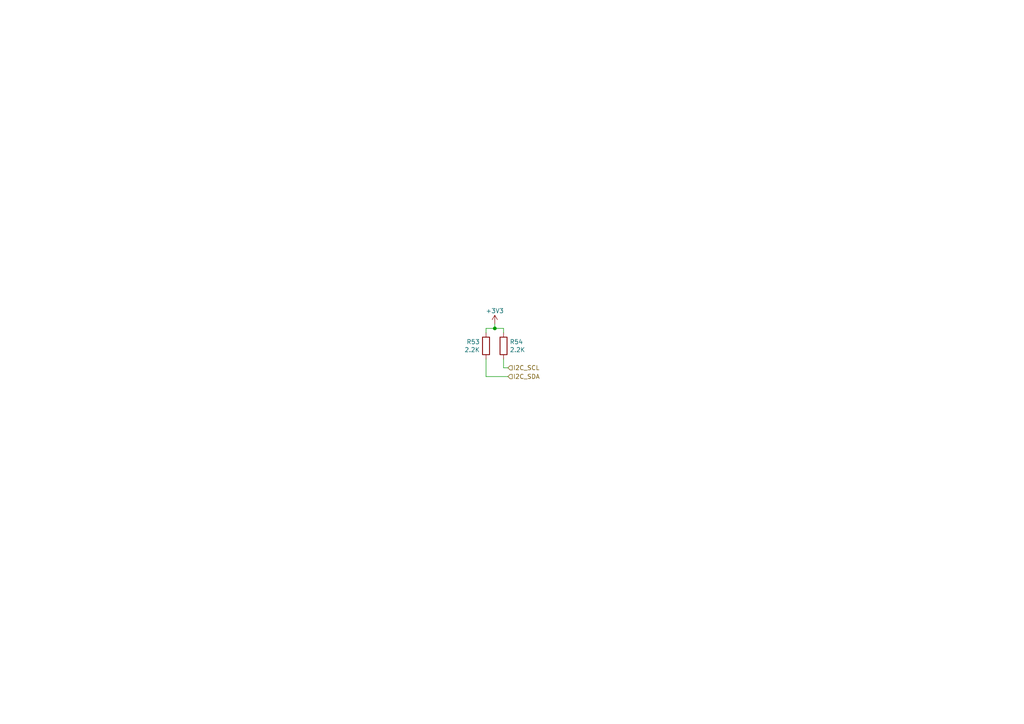
<source format=kicad_sch>
(kicad_sch (version 20230121) (generator eeschema)
  (paper "A4")
  (lib_symbols
    (symbol "Device:R" (pin_numbers hide) (pin_names (offset 0))
      (property "Reference" "R" (at 2.032 0 90))
      (property "Value" "R" (at 0 0 90))
      (symbol "R_0_1"
        (rectangle (start -1.016 -2.54) (end 1.016 2.54) (stroke (width 0.254)))
      )
      (symbol "R_1_1"
        (pin passive line (at 0 3.81 270) (length 1.27) (name "~") (number "1"))
        (pin passive line (at 0 -3.81 90) (length 1.27) (name "~") (number "2"))
      )
    )
    (symbol "power:+3V3" (power) (pin_names (offset 0))
      (property "Value" "+3V3" (at 0 3.556 0))
      (symbol "+3V3_0_1"
        (polyline (pts (xy -0.762 1.27) (xy 0 2.54)))
        (polyline (pts (xy 0 0) (xy 0 2.54)))
        (polyline (pts (xy 0 2.54) (xy 0.762 1.27)))
      )
      (symbol "+3V3_1_1"
        (pin power_in line (at 0 0 90) (length 0) hide (name "+3V3") (number "1"))
      )
    )
  )
  (junction (at 143.51 95.25))
  (wire (pts (xy 140.97 109.22) (xy 147.32 109.22)))
  (wire (pts (xy 146.05 95.25) (xy 143.51 95.25)))
  (wire (pts (xy 146.05 104.14) (xy 146.05 106.68)))
  (wire (pts (xy 143.51 93.98) (xy 143.51 95.25)))
  (wire (pts (xy 140.97 95.25) (xy 140.97 96.52)))
  (wire (pts (xy 146.05 96.52) (xy 146.05 95.25)))
  (wire (pts (xy 143.51 95.25) (xy 140.97 95.25)))
  (wire (pts (xy 140.97 104.14) (xy 140.97 109.22)))
  (wire (pts (xy 146.05 106.68) (xy 147.32 106.68)))
  (hierarchical_label "I2C_SDA" (shape input) (at 147.32 109.22 0))
  (hierarchical_label "I2C_SCL" (shape input) (at 147.32 106.68 0))
  (symbol (lib_id "Device:R") (at 140.97 100.33 0) (unit 1)
    (property "Reference" "R53" (at 139.192 99.1616 0) (effects (justify right)))
    (property "Value" "2.2K" (at 139.192 101.473 0) (effects (justify right)))
    (property "Footprint" "Resistor_SMD:R_0402_1005Metric" (effects hide))
    (property "MFR.Part #" "0402WGF2201TCE" (effects hide))
    (property "Extended Part" "-" (effects hide))
    (property "JLCPCB Part #" "C25879" (effects hide))
    (instances (project "KLST_SHEEP" (path "" (reference "R53") (unit 1))) (project "KLST_PANDA" (path "" (reference "R61") (unit 1))))
  )
  (symbol (lib_id "power:+3V3") (at 143.51 93.98 0) (unit 1)
    (property "Reference" "#PWR077" (effects hide))
    (property "Value" "+3V3" (at 143.51 90.17 0))
    (instances (project "KLST_SHEEP" (path "" (reference "#PWR077") (unit 1))) (project "KLST_PANDA" (path "" (reference "#PWR073") (unit 1))))
  )
  (symbol (lib_id "Device:R") (at 146.05 100.33 0) (mirror y) (unit 1)
    (property "Reference" "R54" (at 147.828 99.1616 0) (effects (justify right)))
    (property "Value" "2.2K" (at 147.828 101.473 0) (effects (justify right)))
    (property "Footprint" "Resistor_SMD:R_0402_1005Metric" (effects hide))
    (property "MFR.Part #" "0402WGF2201TCE" (effects hide))
    (property "Extended Part" "-" (effects hide))
    (property "JLCPCB Part #" "C25879" (effects hide))
    (instances (project "KLST_SHEEP" (path "" (reference "R54") (unit 1))) (project "KLST_PANDA" (path "" (reference "R62") (unit 1))))
  )
)
</source>
